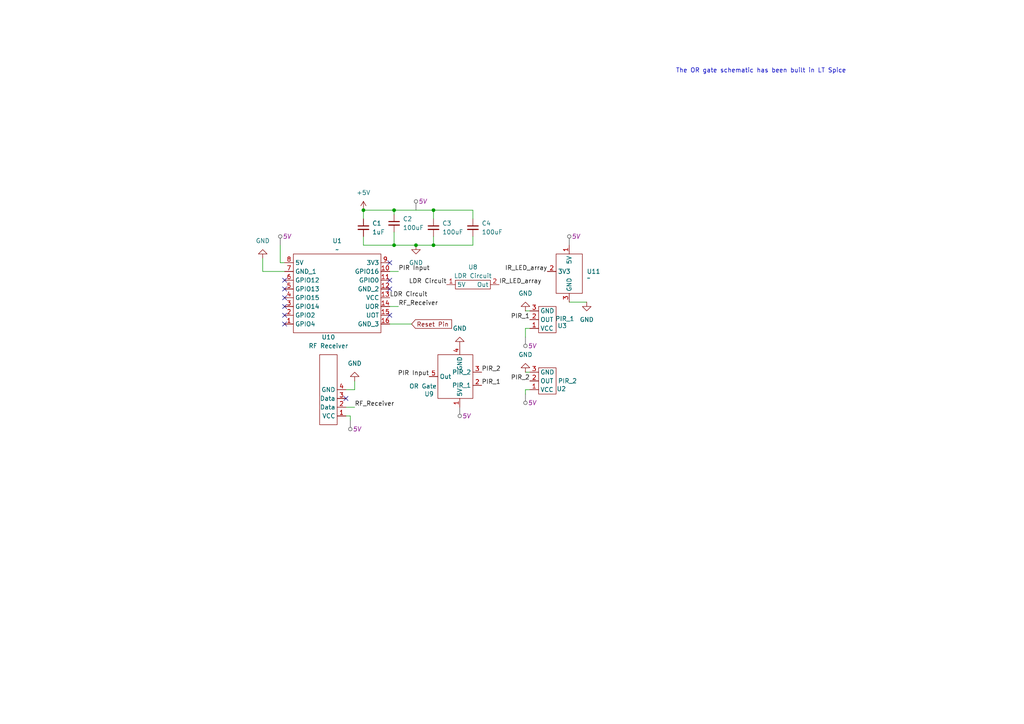
<source format=kicad_sch>
(kicad_sch (version 20231120) (generator "eeschema") (generator_version "8.0")
  (paper "A4")
  (title_block (comment 1 "One LED needs to be removed to make space for the RF Linker"))
  (lib_symbols
    (symbol "Component:Comparator"
      (property "Reference" "U" (at 5.334 6.096 0))
      (symbol "Comparator_0_1"
        (rectangle (start -3.81 5.08) (end 6.35 -7.62))
      )
      (symbol "Comparator_1_1"
        (pin input line (at 0 7.62 270) (length 2.54) (name "5V") (number "1"))
        (pin input line (at -6.35 1.27 0) (length 2.54) (name "PIR_1") (number "2"))
        (pin input line (at -6.35 -2.54 0) (length 2.54) (name "PIR_2") (number "3"))
        (pin input line (at 0 -10.16 90) (length 2.54) (name "GND") (number "4"))
        (pin output line (at 8.89 -1.27 180) (length 2.54) (name "Out") (number "5"))
      )
    )
    (symbol "Component:ESP32-CAM"
      (property "Reference" "U" (at 0 13.97 0))
      (symbol "ESP32-CAM_1_1"
        (rectangle (start -12.7 11.43) (end 12.7 -11.43))
        (pin input line (at -15.24 -8.89 0) (length 2.54) (name "GPIO4") (number "1"))
        (pin input line (at 15.24 6.35 180) (length 2.54) (name "GPIO16") (number "10"))
        (pin input line (at 15.24 3.81 180) (length 2.54) (name "GPIO0") (number "11"))
        (pin input line (at 15.24 1.27 180) (length 2.54) (name "GND_2") (number "12"))
        (pin output line (at 15.24 -1.27 180) (length 2.54) (name "VCC") (number "13"))
        (pin input line (at 15.24 -3.81 180) (length 2.54) (name "UOR") (number "14"))
        (pin input line (at 15.24 -6.35 180) (length 2.54) (name "UOT") (number "15"))
        (pin input line (at 15.24 -8.89 180) (length 2.54) (name "GND_3") (number "16"))
        (pin input line (at -15.24 -6.35 0) (length 2.54) (name "GPIO2") (number "2"))
        (pin input line (at -15.24 -3.81 0) (length 2.54) (name "GPIO14") (number "3"))
        (pin input line (at -15.24 -1.27 0) (length 2.54) (name "GPIO15") (number "4"))
        (pin input line (at -15.24 1.27 0) (length 2.54) (name "GPIO13") (number "5"))
        (pin input line (at -15.24 3.81 0) (length 2.54) (name "GPIO12") (number "6"))
        (pin input line (at -15.24 6.35 0) (length 2.54) (name "GND_1") (number "7"))
        (pin input line (at -15.24 8.89 0) (length 2.54) (name "5V") (number "8"))
        (pin input line (at 15.24 8.89 180) (length 2.54) (name "3V3") (number "9"))
      )
    )
    (symbol "Component:LDR_circuit"
      (property "Reference" "U" (at 1.016 2.54 0))
      (symbol "LDR_circuit_0_1"
        (rectangle (start -5.08 1.27) (end 5.08 -1.27))
      )
      (symbol "LDR_circuit_1_1"
        (pin input line (at -7.62 0 0) (length 2.54) (name "5V") (number "1"))
        (pin output line (at 7.62 0 180) (length 2.54) (name "Out") (number "2"))
      )
    )
    (symbol "Component:LED_Array"
      (property "Reference" "U" (at 3.302 3.81 0))
      (symbol "LED_Array_0_1"
        (rectangle (start -3.81 2.54) (end 3.81 -8.89))
      )
      (symbol "LED_Array_1_1"
        (pin input line (at 0 5.08 270) (length 2.54) (name "5V") (number "1"))
        (pin input line (at -6.35 -2.54 0) (length 2.54) (name "3V3") (number "2"))
        (pin input line (at 0 -11.43 90) (length 2.54) (name "GND") (number "3"))
      )
    )
    (symbol "Component:PIR"
      (property "Reference" "U" (at 0 7.112 0))
      (property "Value" "PIR" (at 0 5.08 0))
      (symbol "PIR_0_1"
        (rectangle (start -2.54 3.81) (end 2.54 -3.81))
      )
      (symbol "PIR_1_1"
        (pin input line (at 5.08 2.54 180) (length 2.54) (name "VCC") (number "1"))
        (pin output line (at 5.08 0 180) (length 2.54) (name "OUT") (number "2"))
        (pin input line (at 5.08 -2.54 180) (length 2.54) (name "GND") (number "3"))
      )
    )
    (symbol "Component:RF_Receiver"
      (property "Reference" "U" (at 0 4.318 0))
      (symbol "RF_Receiver_0_1"
        (rectangle (start -10.16 2.54) (end 10.16 -2.54))
      )
      (symbol "RF_Receiver_1_1"
        (pin input line (at -7.62 -5.08 90) (length 2.54) (name "VCC") (number "1"))
        (pin output line (at -5.08 -5.08 90) (length 2.54) (name "Data") (number "2"))
        (pin output line (at -2.54 -5.08 90) (length 2.54) (name "Data") (number "3"))
        (pin input line (at 0 -5.08 90) (length 2.54) (name "GND") (number "4"))
      )
    )
    (symbol "Device:C_Small" (pin_numbers hide) (pin_names (offset 0.254) hide)
      (property "Reference" "C" (at 0.254 1.778 0))
      (property "Value" "C_Small" (at 0.254 -2.032 0))
      (symbol "C_Small_0_1"
        (polyline (pts (xy -1.524 -0.508) (xy 1.524 -0.508)) (stroke (width 0.3302)))
        (polyline (pts (xy -1.524 0.508) (xy 1.524 0.508)) (stroke (width 0.3048)))
      )
      (symbol "C_Small_1_1"
        (pin passive line (at 0 2.54 270) (length 2.032) (name "~") (number "1"))
        (pin passive line (at 0 -2.54 90) (length 2.032) (name "~") (number "2"))
      )
    )
    (symbol "power:+5V" (power) (pin_numbers hide) (pin_names (offset 0) hide)
      (property "Value" "+5V" (at 0 3.556 0))
      (symbol "+5V_0_1"
        (polyline (pts (xy -0.762 1.27) (xy 0 2.54)))
        (polyline (pts (xy 0 0) (xy 0 2.54)))
        (polyline (pts (xy 0 2.54) (xy 0.762 1.27)))
      )
      (symbol "+5V_1_1"
        (pin power_in line (at 0 0 90) (length 0) (name "~") (number "1"))
      )
    )
    (symbol "power:GND" (power) (pin_numbers hide) (pin_names (offset 0) hide)
      (property "Value" "GND" (at 0 -3.81 0))
      (symbol "GND_0_1"
        (polyline (pts (xy 0 0) (xy 0 -1.27) (xy 1.27 -1.27) (xy 0 -2.54) (xy -1.27 -1.27) (xy 0 -1.27)))
      )
      (symbol "GND_1_1"
        (pin power_in line (at 0 0 270) (length 0) (name "~") (number "1"))
      )
    )
  )
  (junction (at 105.41 60.96))
  (junction (at 114.3 60.96))
  (junction (at 114.3 71.12))
  (junction (at 125.73 60.96))
  (junction (at 120.65 71.12))
  (junction (at 125.73 71.12))
  (no_connect (at 82.55 86.36))
  (no_connect (at 113.03 91.44))
  (no_connect (at 113.03 76.2))
  (no_connect (at 113.03 83.82))
  (no_connect (at 82.55 81.28))
  (no_connect (at 82.55 88.9))
  (no_connect (at 82.55 91.44))
  (no_connect (at 82.55 83.82))
  (no_connect (at 82.55 93.98))
  (no_connect (at 100.33 115.57))
  (no_connect (at 113.03 81.28))
  (wire (pts (xy 113.03 93.98) (xy 119.38 93.98)))
  (wire (pts (xy 76.2 78.74) (xy 82.55 78.74)))
  (wire (pts (xy 105.41 60.96) (xy 114.3 60.96)))
  (wire (pts (xy 101.6 121.92) (xy 101.6 120.65)))
  (wire (pts (xy 114.3 62.23) (xy 114.3 60.96)))
  (wire (pts (xy 152.4 113.03) (xy 153.67 113.03)))
  (wire (pts (xy 76.2 74.93) (xy 76.2 78.74)))
  (wire (pts (xy 125.73 63.5) (xy 125.73 60.96)))
  (wire (pts (xy 114.3 71.12) (xy 120.65 71.12)))
  (wire (pts (xy 165.1 87.63) (xy 170.18 87.63)))
  (wire (pts (xy 100.33 118.11) (xy 102.87 118.11)))
  (wire (pts (xy 81.28 76.2) (xy 82.55 76.2)))
  (wire (pts (xy 81.28 71.12) (xy 81.28 76.2)))
  (wire (pts (xy 125.73 68.58) (xy 125.73 71.12)))
  (wire (pts (xy 114.3 60.96) (xy 125.73 60.96)))
  (wire (pts (xy 105.41 71.12) (xy 114.3 71.12)))
  (wire (pts (xy 114.3 71.12) (xy 114.3 67.31)))
  (wire (pts (xy 153.67 107.95) (xy 152.4 107.95)))
  (wire (pts (xy 105.41 60.96) (xy 105.41 63.5)))
  (wire (pts (xy 100.33 113.03) (xy 102.87 113.03)))
  (wire (pts (xy 101.6 120.65) (xy 100.33 120.65)))
  (wire (pts (xy 137.16 68.58) (xy 137.16 71.12)))
  (wire (pts (xy 102.87 113.03) (xy 102.87 110.49)))
  (wire (pts (xy 137.16 63.5) (xy 137.16 60.96)))
  (wire (pts (xy 125.73 60.96) (xy 137.16 60.96)))
  (wire (pts (xy 153.67 90.17) (xy 152.4 90.17)))
  (wire (pts (xy 105.41 68.58) (xy 105.41 71.12)))
  (wire (pts (xy 152.4 114.3) (xy 152.4 113.03)))
  (wire (pts (xy 120.65 71.12) (xy 125.73 71.12)))
  (wire (pts (xy 152.4 95.25) (xy 153.67 95.25)))
  (wire (pts (xy 113.03 78.74) (xy 115.57 78.74)))
  (wire (pts (xy 125.73 71.12) (xy 137.16 71.12)))
  (wire (pts (xy 152.4 97.79) (xy 152.4 95.25)))
  (wire (pts (xy 113.03 88.9) (xy 115.57 88.9)))
  (text "The OR gate schematic has been built in LT Spice" (at 220.726 20.574 0) (effects (font (size 1.27 1.27))))
  (label "PIR_2" (at 153.67 110.49 180))
  (label "LDR Circuit" (at 113.03 86.36 0))
  (label "LDR Circuit" (at 129.54 82.55 180))
  (label "IR_LED_array" (at 158.75 78.74 180))
  (label "PIR Input" (at 124.46 109.22 180))
  (label "PIR_2" (at 139.7 107.95 0))
  (label "PIR_1" (at 139.7 111.76 0))
  (label "RF_Receiver" (at 102.87 118.11 0))
  (label "IR_LED_array" (at 144.78 82.55 0))
  (label "RF_Receiver" (at 115.57 88.9 0))
  (label "PIR Input" (at 115.57 78.74 0))
  (label "PIR_1" (at 153.67 92.71 180))
  (global_label "Reset Pin" (shape input) (at 119.38 93.98 0) (property "Intersheetrefs" "${INTERSHEET_REFS}" (effects (hide yes))))
  (netclass_flag "" (length 2.54) (shape round) (at 133.35 118.11 180) (property "Netclass" "5V" (at 134.0485 120.65 0) (effects (font (italic yes)) (justify left))))
  (netclass_flag "" (length 2.54) (shape round) (at 81.28 71.12 0) (property "Netclass" "5V" (at 81.9785 68.58 0) (effects (font (italic yes)) (justify left))))
  (netclass_flag "" (length 2.54) (shape round) (at 152.4 97.79 180) (property "Netclass" "5V" (at 153.0985 100.33 0) (effects (font (italic yes)) (justify left))))
  (netclass_flag "" (length 2.54) (shape round) (at 101.6 121.92 180) (property "Netclass" "5V" (at 102.2985 124.46 0) (effects (font (italic yes)) (justify left))))
  (netclass_flag "" (length 2.54) (shape round) (at 165.1 71.12 0) (property "Netclass" "5V" (at 165.7985 68.58 0) (effects (font (italic yes)) (justify left))))
  (netclass_flag "" (length 2.54) (shape round) (at 152.4 114.3 180) (property "Netclass" "5V" (at 153.0985 116.84 0) (effects (font (italic yes)) (justify left))))
  (netclass_flag "" (length 2.54) (shape round) (at 120.65 60.96 0) (property "Netclass" "5V" (at 121.3485 58.42 0) (effects (font (italic yes)) (justify left))))
  (symbol (lib_id "power:GND") (at 120.65 71.12 0) (unit 1)
    (property "Reference" "#PWR09" (effects (hide yes)))
    (property "Value" "GND" (at 120.65 76.2 0))
    (property "Description" "Power symbol creates a global label with name \"GND\" , ground" (effects (hide yes)))
  )
  (symbol (lib_id "power:GND") (at 152.4 90.17 180) (unit 1)
    (property "Reference" "#PWR02" (effects (hide yes)))
    (property "Value" "GND" (at 152.4 85.09 0))
    (property "Description" "Power symbol creates a global label with name \"GND\" , ground" (effects (hide yes)))
  )
  (symbol (lib_id "power:GND") (at 170.18 87.63 0) (unit 1)
    (property "Reference" "#PWR019" (effects (hide yes)))
    (property "Value" "GND" (at 170.18 92.71 0))
    (property "Description" "Power symbol creates a global label with name \"GND\" , ground" (effects (hide yes)))
  )
  (symbol (lib_id "power:GND") (at 133.35 100.33 180) (unit 1)
    (property "Reference" "#PWR03" (effects (hide yes)))
    (property "Value" "GND" (at 133.35 95.25 0))
    (property "Description" "Power symbol creates a global label with name \"GND\" , ground" (effects (hide yes)))
  )
  (symbol (lib_id "Device:C_Small") (at 114.3 64.77 0) (unit 1)
    (property "Reference" "C2" (at 116.84 63.5062 0) (effects (justify left)))
    (property "Value" "100uF" (at 116.84 66.0462 0) (effects (justify left)))
    (property "Description" "Unpolarized capacitor, small symbol" (effects (hide yes)))
  )
  (symbol (lib_id "Device:C_Small") (at 137.16 66.04 0) (unit 1)
    (property "Reference" "C4" (at 139.7 64.7762 0) (effects (justify left)))
    (property "Value" "100uF" (at 139.7 67.3162 0) (effects (justify left)))
    (property "Description" "Unpolarized capacitor, small symbol" (effects (hide yes)))
  )
  (symbol (lib_id "power:GND") (at 102.87 110.49 180) (unit 1)
    (property "Reference" "#PWR05" (effects (hide yes)))
    (property "Value" "GND" (at 102.87 105.41 0))
    (property "Description" "Power symbol creates a global label with name \"GND\" , ground" (effects (hide yes)))
  )
  (symbol (lib_id "power:GND") (at 76.2 74.93 180) (unit 1)
    (property "Reference" "#PWR06" (effects (hide yes)))
    (property "Value" "GND" (at 76.2 69.85 0))
    (property "Description" "Power symbol creates a global label with name \"GND\" , ground" (effects (hide yes)))
  )
  (symbol (lib_id "Component:Comparator") (at 133.35 110.49 180) (unit 1)
    (property "Reference" "U9" (at 124.46 114.2686 0))
    (property "Value" "OR Gate" (at 122.682 112.014 0))
  )
  (symbol (lib_id "Component:PIR") (at 158.75 110.49 180) (unit 1)
    (property "Reference" "U2" (at 162.814 112.776 0))
    (property "Value" "PIR_2" (at 164.592 110.49 0))
  )
  (symbol (lib_id "power:GND") (at 152.4 107.95 180) (unit 1)
    (property "Reference" "#PWR01" (effects (hide yes)))
    (property "Value" "GND" (at 152.4 102.87 0))
    (property "Description" "Power symbol creates a global label with name \"GND\" , ground" (effects (hide yes)))
  )
  (symbol (lib_id "Device:C_Small") (at 105.41 66.04 0) (unit 1)
    (property "Reference" "C1" (at 107.95 64.7762 0) (effects (justify left)))
    (property "Value" "1uF" (at 107.95 67.3162 0) (effects (justify left)))
    (property "Description" "Unpolarized capacitor, small symbol" (effects (hide yes)))
  )
  (symbol (lib_id "Component:LDR_circuit") (at 137.16 82.55 0) (unit 1)
    (property "Reference" "U8" (at 137.16 77.47 0))
    (property "Value" "LDR Circuit" (at 137.16 80.01 0))
  )
  (symbol (lib_id "Component:RF_Receiver") (at 95.25 113.03 90) (unit 1)
    (property "Reference" "U10" (at 95.25 97.79 90))
    (property "Value" "RF Receiver" (at 95.25 100.33 90))
  )
  (symbol (lib_id "Component:ESP32-CAM") (at 97.79 85.09 0) (unit 1)
    (property "Reference" "U1" (at 97.79 69.85 0))
    (property "Value" "~" (at 97.79 72.39 0))
  )
  (symbol (lib_id "Component:LED_Array") (at 165.1 76.2 0) (unit 1)
    (property "Reference" "U11" (at 170.18 78.7399 0) (effects (justify left)))
    (property "Value" "~" (at 170.18 80.645 0) (effects (justify left)))
  )
  (symbol (lib_id "Device:C_Small") (at 125.73 66.04 0) (unit 1)
    (property "Reference" "C3" (at 128.27 64.7762 0) (effects (justify left)))
    (property "Value" "100uF" (at 128.27 67.3162 0) (effects (justify left)))
    (property "Description" "Unpolarized capacitor, small symbol" (effects (hide yes)))
  )
  (symbol (lib_id "Component:PIR") (at 158.75 92.71 180) (unit 1)
    (property "Reference" "U3" (at 163.068 94.488 0))
    (property "Value" "PIR_1" (at 163.83 92.456 0))
  )
  (symbol (lib_id "power:+5V") (at 105.41 60.96 0) (unit 1)
    (property "Reference" "#PWR04" (effects (hide yes)))
    (property "Value" "+5V" (at 105.41 55.88 0))
    (property "Description" "Power symbol creates a global label with name \"+5V\"" (effects (hide yes)))
  )
)
</source>
